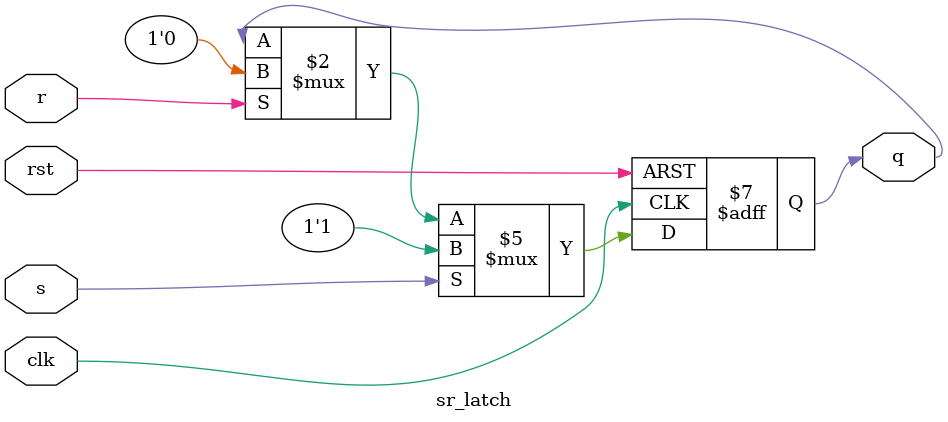
<source format=v>
module sr_latch(
    input clk,
    input rst,
    input s,
    input r,
    output reg q
);

always @(posedge clk or posedge rst)begin
    if(rst)
        q <= 1'b0;
    else if(s)
        q <= 1'b1;
    else if(r)
        q <= 1'b0;
end

endmodule
</source>
